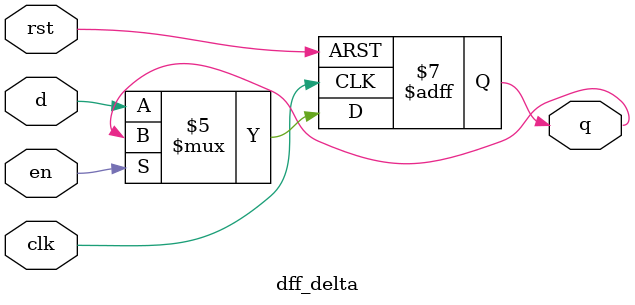
<source format=v>
/* 
    Negative triggered dff with asynchronous low active reset and low active enable
*/ 
module dff_delta (clk, rst, en, d, q);
    input clk, rst, en , d;
    output q;
    reg q;

    always @(negedge clk, negedge rst) begin
        if(!rst) q <= 1'b0;
        else 
            if(!en) q <= d;
            else q <= q; 
    end
endmodule
</source>
